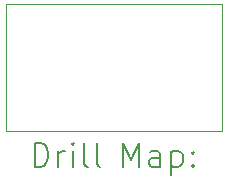
<source format=gbr>
%TF.GenerationSoftware,KiCad,Pcbnew,(7.0.0-0)*%
%TF.CreationDate,2023-04-22T22:09:34+02:00*%
%TF.ProjectId,tiny-blackbox,74696e79-2d62-46c6-9163-6b626f782e6b,rev?*%
%TF.SameCoordinates,Original*%
%TF.FileFunction,Drillmap*%
%TF.FilePolarity,Positive*%
%FSLAX45Y45*%
G04 Gerber Fmt 4.5, Leading zero omitted, Abs format (unit mm)*
G04 Created by KiCad (PCBNEW (7.0.0-0)) date 2023-04-22 22:09:34*
%MOMM*%
%LPD*%
G01*
G04 APERTURE LIST*
%ADD10C,0.100000*%
%ADD11C,0.200000*%
G04 APERTURE END LIST*
D10*
X6500000Y-5125000D02*
X8325000Y-5125000D01*
X8325000Y-5125000D02*
X8325000Y-6200000D01*
X8325000Y-6200000D02*
X6500000Y-6200000D01*
X6500000Y-6200000D02*
X6500000Y-5125000D01*
D11*
X6742619Y-6498476D02*
X6742619Y-6298476D01*
X6742619Y-6298476D02*
X6790238Y-6298476D01*
X6790238Y-6298476D02*
X6818809Y-6308000D01*
X6818809Y-6308000D02*
X6837857Y-6327048D01*
X6837857Y-6327048D02*
X6847381Y-6346095D01*
X6847381Y-6346095D02*
X6856905Y-6384190D01*
X6856905Y-6384190D02*
X6856905Y-6412762D01*
X6856905Y-6412762D02*
X6847381Y-6450857D01*
X6847381Y-6450857D02*
X6837857Y-6469905D01*
X6837857Y-6469905D02*
X6818809Y-6488952D01*
X6818809Y-6488952D02*
X6790238Y-6498476D01*
X6790238Y-6498476D02*
X6742619Y-6498476D01*
X6942619Y-6498476D02*
X6942619Y-6365143D01*
X6942619Y-6403238D02*
X6952143Y-6384190D01*
X6952143Y-6384190D02*
X6961667Y-6374667D01*
X6961667Y-6374667D02*
X6980714Y-6365143D01*
X6980714Y-6365143D02*
X6999762Y-6365143D01*
X7066428Y-6498476D02*
X7066428Y-6365143D01*
X7066428Y-6298476D02*
X7056905Y-6308000D01*
X7056905Y-6308000D02*
X7066428Y-6317524D01*
X7066428Y-6317524D02*
X7075952Y-6308000D01*
X7075952Y-6308000D02*
X7066428Y-6298476D01*
X7066428Y-6298476D02*
X7066428Y-6317524D01*
X7190238Y-6498476D02*
X7171190Y-6488952D01*
X7171190Y-6488952D02*
X7161667Y-6469905D01*
X7161667Y-6469905D02*
X7161667Y-6298476D01*
X7295000Y-6498476D02*
X7275952Y-6488952D01*
X7275952Y-6488952D02*
X7266428Y-6469905D01*
X7266428Y-6469905D02*
X7266428Y-6298476D01*
X7491190Y-6498476D02*
X7491190Y-6298476D01*
X7491190Y-6298476D02*
X7557857Y-6441333D01*
X7557857Y-6441333D02*
X7624524Y-6298476D01*
X7624524Y-6298476D02*
X7624524Y-6498476D01*
X7805476Y-6498476D02*
X7805476Y-6393714D01*
X7805476Y-6393714D02*
X7795952Y-6374667D01*
X7795952Y-6374667D02*
X7776905Y-6365143D01*
X7776905Y-6365143D02*
X7738809Y-6365143D01*
X7738809Y-6365143D02*
X7719762Y-6374667D01*
X7805476Y-6488952D02*
X7786428Y-6498476D01*
X7786428Y-6498476D02*
X7738809Y-6498476D01*
X7738809Y-6498476D02*
X7719762Y-6488952D01*
X7719762Y-6488952D02*
X7710238Y-6469905D01*
X7710238Y-6469905D02*
X7710238Y-6450857D01*
X7710238Y-6450857D02*
X7719762Y-6431809D01*
X7719762Y-6431809D02*
X7738809Y-6422286D01*
X7738809Y-6422286D02*
X7786428Y-6422286D01*
X7786428Y-6422286D02*
X7805476Y-6412762D01*
X7900714Y-6365143D02*
X7900714Y-6565143D01*
X7900714Y-6374667D02*
X7919762Y-6365143D01*
X7919762Y-6365143D02*
X7957857Y-6365143D01*
X7957857Y-6365143D02*
X7976905Y-6374667D01*
X7976905Y-6374667D02*
X7986428Y-6384190D01*
X7986428Y-6384190D02*
X7995952Y-6403238D01*
X7995952Y-6403238D02*
X7995952Y-6460381D01*
X7995952Y-6460381D02*
X7986428Y-6479428D01*
X7986428Y-6479428D02*
X7976905Y-6488952D01*
X7976905Y-6488952D02*
X7957857Y-6498476D01*
X7957857Y-6498476D02*
X7919762Y-6498476D01*
X7919762Y-6498476D02*
X7900714Y-6488952D01*
X8081667Y-6479428D02*
X8091190Y-6488952D01*
X8091190Y-6488952D02*
X8081667Y-6498476D01*
X8081667Y-6498476D02*
X8072143Y-6488952D01*
X8072143Y-6488952D02*
X8081667Y-6479428D01*
X8081667Y-6479428D02*
X8081667Y-6498476D01*
X8081667Y-6374667D02*
X8091190Y-6384190D01*
X8091190Y-6384190D02*
X8081667Y-6393714D01*
X8081667Y-6393714D02*
X8072143Y-6384190D01*
X8072143Y-6384190D02*
X8081667Y-6374667D01*
X8081667Y-6374667D02*
X8081667Y-6393714D01*
M02*

</source>
